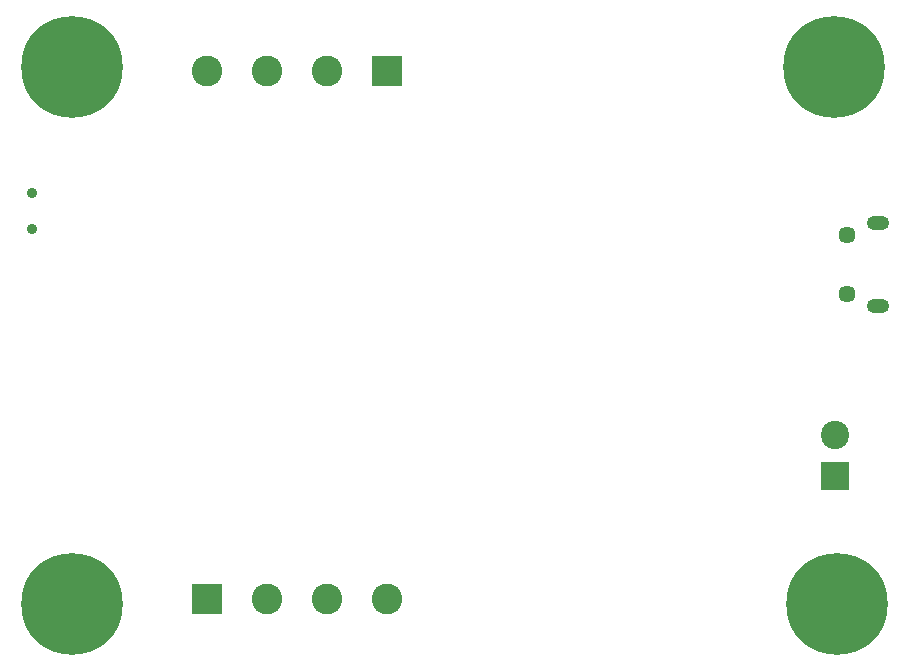
<source format=gbr>
%TF.GenerationSoftware,KiCad,Pcbnew,(5.1.7)-1*%
%TF.CreationDate,2021-01-30T20:15:53-05:00*%
%TF.ProjectId,STM32F4_Eval,53544d33-3246-4345-9f45-76616c2e6b69,rev?*%
%TF.SameCoordinates,Original*%
%TF.FileFunction,Soldermask,Bot*%
%TF.FilePolarity,Negative*%
%FSLAX46Y46*%
G04 Gerber Fmt 4.6, Leading zero omitted, Abs format (unit mm)*
G04 Created by KiCad (PCBNEW (5.1.7)-1) date 2021-01-30 20:15:53*
%MOMM*%
%LPD*%
G01*
G04 APERTURE LIST*
%ADD10C,1.450000*%
%ADD11O,1.900000X1.200000*%
%ADD12C,8.600000*%
%ADD13C,0.900000*%
%ADD14C,2.400000*%
%ADD15R,2.400000X2.400000*%
%ADD16R,2.600000X2.600000*%
%ADD17C,2.600000*%
G04 APERTURE END LIST*
D10*
%TO.C,J2*%
X171787500Y-95000000D03*
X171787500Y-90000000D03*
D11*
X174487500Y-96000000D03*
X174487500Y-89000000D03*
%TD*%
D12*
%TO.C,H2*%
X106250000Y-121250000D03*
D13*
X109475000Y-121250000D03*
X108530419Y-123530419D03*
X106250000Y-124475000D03*
X103969581Y-123530419D03*
X103025000Y-121250000D03*
X103969581Y-118969581D03*
X106250000Y-118025000D03*
X108530419Y-118969581D03*
%TD*%
D14*
%TO.C,J1*%
X170800000Y-106900000D03*
D15*
X170800000Y-110400000D03*
%TD*%
D13*
%TO.C,H3*%
X173280419Y-118969581D03*
X171000000Y-118025000D03*
X168719581Y-118969581D03*
X167775000Y-121250000D03*
X168719581Y-123530419D03*
X171000000Y-124475000D03*
X173280419Y-123530419D03*
X174225000Y-121250000D03*
D12*
X171000000Y-121250000D03*
%TD*%
D13*
%TO.C,H1*%
X108530419Y-73469581D03*
X106250000Y-72525000D03*
X103969581Y-73469581D03*
X103025000Y-75750000D03*
X103969581Y-78030419D03*
X106250000Y-78975000D03*
X108530419Y-78030419D03*
X109475000Y-75750000D03*
D12*
X106250000Y-75750000D03*
%TD*%
%TO.C,H4*%
X170750000Y-75750000D03*
D13*
X173975000Y-75750000D03*
X173030419Y-78030419D03*
X170750000Y-78975000D03*
X168469581Y-78030419D03*
X167525000Y-75750000D03*
X168469581Y-73469581D03*
X170750000Y-72525000D03*
X173030419Y-73469581D03*
%TD*%
%TO.C,SW1*%
X102800000Y-86470000D03*
X102800000Y-89470000D03*
%TD*%
D16*
%TO.C,J4*%
X132900000Y-76100000D03*
D17*
X127820000Y-76100000D03*
X122740000Y-76100000D03*
X117660000Y-76100000D03*
%TD*%
%TO.C,J5*%
X132840000Y-120800000D03*
X127760000Y-120800000D03*
X122680000Y-120800000D03*
D16*
X117600000Y-120800000D03*
%TD*%
M02*

</source>
